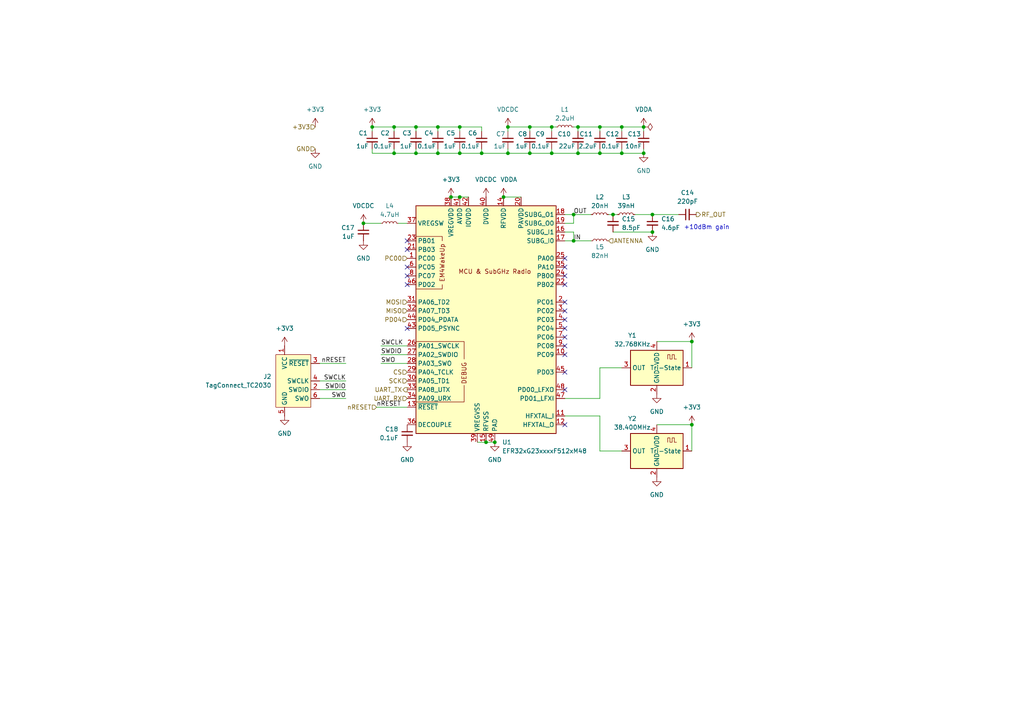
<source format=kicad_sch>
(kicad_sch (version 20250114) (generator "eeschema") (generator_version "9.0")
  (paper "A4")
  (title_block (title "Sub GHZ Radio Transciever") (rev "A") (comment 1 "Julia Barbera"))
  (lib_symbols
    (symbol "Connector:Conn_ARM_SWD_TagConnect_TC2030" (in_bom no)
      (property "Reference" "J" (at 2.54 11.43 0))
      (property "Value" "Conn_ARM_SWD_TagConnect_TC2030" (at 5.08 8.89 0))
      (symbol "Conn_ARM_SWD_TagConnect_TC2030_0_0"
        (pin power_in line (at -2.54 10.16 270) (length 2.54) (name "VCC") (number "1"))
        (pin power_in line (at -2.54 -10.16 90) (length 2.54) (name "GND") (number "5"))
        (pin open_collector line (at 7.62 5.08 180) (length 2.54) (name "~{RESET}") (number "3"))
        (pin output line (at 7.62 0 180) (length 2.54) (name "SWCLK") (number "4"))
        (pin bidirectional line (at 7.62 -2.54 180) (length 2.54) (name "SWDIO") (number "2"))
        (pin input line (at 7.62 -5.08 180) (length 2.54) (name "SWO") (number "6"))
      )
      (symbol "Conn_ARM_SWD_TagConnect_TC2030_0_1"
        (rectangle (start -5.08 7.62) (end 5.08 -7.62) (fill (type background)))
      )
    )
    (symbol "Device:C_Small" (pin_numbers (hide yes)) (pin_names (offset 0.254) (hide yes))
      (property "Reference" "C" (at 0.254 1.778 0))
      (property "Value" "C_Small" (at 0.254 -2.032 0))
      (symbol "C_Small_0_1"
        (polyline (pts (xy -1.524 0.508) (xy 1.524 0.508)) (stroke (width 0.3048)))
        (polyline (pts (xy -1.524 -0.508) (xy 1.524 -0.508)) (stroke (width 0.3302)))
      )
      (symbol "C_Small_1_1"
        (pin passive line (at 0 2.54 270) (length 2.032) (name "~") (number "1"))
        (pin passive line (at 0 -2.54 90) (length 2.032) (name "~") (number "2"))
      )
    )
    (symbol "Device:L_Small" (pin_numbers (hide yes)) (pin_names (offset 0.254) (hide yes))
      (property "Reference" "L" (at 0.762 1.016 0))
      (property "Value" "L_Small" (at 0.762 -1.016 0))
      (symbol "L_Small_0_1"
        (arc (start 0 2.032) (mid 0.5058 1.524) (end 0 1.016))
        (arc (start 0 1.016) (mid 0.5058 0.508) (end 0 0))
        (arc (start 0 0) (mid 0.5058 -0.508) (end 0 -1.016))
        (arc (start 0 -1.016) (mid 0.5058 -1.524) (end 0 -2.032))
      )
      (symbol "L_Small_1_1"
        (pin passive line (at 0 2.54 270) (length 0.508) (name "~") (number "1"))
        (pin passive line (at 0 -2.54 90) (length 0.508) (name "~") (number "2"))
      )
    )
    (symbol "MCU_SiliconLabs:EFR32xG23xxxxF512xM48"
      (property "Reference" "U2" (at 4.6833 -35.56 0))
      (property "Value" "EFR32xG23xxxxF512xM48" (at 4.6833 -38.1 0))
      (symbol "EFR32xG23xxxxF512xM48_0_1"
        (polyline (pts (xy -12.7 22.86) (xy -12.7 24.13) (xy -20.32 24.13)))
        (polyline (pts (xy -12.7 10.16) (xy -12.7 8.89) (xy -20.32 8.89)))
        (polyline (pts (xy -6.35 -11.43) (xy -6.35 -6.35) (xy -20.32 -6.35)))
        (polyline (pts (xy -6.35 -19.05) (xy -6.35 -23.876) (xy -20.32 -23.876)))
      )
      (symbol "EFR32xG23xxxxF512xM48_1_0"
        (text "EM4WakeUp" (at -12.7 16.51 900) (effects (font (size 1.27 1.27))))
        (text "DEBUG" (at -6.35 -15.494 900) (effects (font (size 1.27 1.27))))
        (text "MCU & SubGHz Radio" (at 2.54 13.97 0) (effects (font (size 1.27 1.27))))
      )
      (symbol "EFR32xG23xxxxF512xM48_1_1"
        (rectangle (start -20.32 33.02) (end 20.32 -33.02) (stroke (width 0.254)) (fill (type background)))
        (pin passive line (at -22.86 27.94 0) (length 2.54) (name "VREGSW") (number "37"))
        (pin bidirectional line (at -22.86 22.86 0) (length 2.54) (name "PB01") (number "23"))
        (pin bidirectional line (at -22.86 20.32 0) (length 2.54) (name "PB03") (number "21"))
        (pin bidirectional line (at -22.86 17.78 0) (length 2.54) (name "PC00") (number "1"))
        (pin bidirectional line (at -22.86 15.24 0) (length 2.54) (name "PC05") (number "6"))
        (pin bidirectional line (at -22.86 12.7 0) (length 2.54) (name "PC07") (number "8"))
        (pin bidirectional line (at -22.86 10.16 0) (length 2.54) (name "PD02") (number "46"))
        (pin bidirectional line (at -22.86 5.08 0) (length 2.54) (name "PA06_TD2") (number "31"))
        (pin bidirectional line (at -22.86 2.54 0) (length 2.54) (name "PA07_TD3") (number "32"))
        (pin bidirectional line (at -22.86 0 0) (length 2.54) (name "PD04_PDATA") (number "44"))
        (pin bidirectional line (at -22.86 -2.54 0) (length 2.54) (name "PD05_PSYNC") (number "43"))
        (pin bidirectional line (at -22.86 -7.62 0) (length 2.54) (name "PA01_SWCLK") (number "26"))
        (pin bidirectional line (at -22.86 -10.16 0) (length 2.54) (name "PA02_SWDIO") (number "27"))
        (pin bidirectional line (at -22.86 -12.7 0) (length 2.54) (name "PA03_SWO") (number "28"))
        (pin bidirectional line (at -22.86 -15.24 0) (length 2.54) (name "PA04_TCLK") (number "29"))
        (pin bidirectional line (at -22.86 -17.78 0) (length 2.54) (name "PA05_TD1") (number "30"))
        (pin bidirectional line (at -22.86 -20.32 0) (length 2.54) (name "PA08_UTX") (number "33"))
        (pin bidirectional line (at -22.86 -22.86 0) (length 2.54) (name "PA09_URX") (number "34"))
        (pin input line (at -22.86 -25.4 0) (length 2.54) (name "~{RESET}") (number "13"))
        (pin passive line (at -22.86 -30.48 0) (length 2.54) (name "DECOUPLE") (number "36"))
        (pin power_in line (at -10.16 35.56 270) (length 2.54) (name "VREGVDD") (number "38"))
        (pin power_in line (at -7.62 35.56 270) (length 2.54) (name "AVDD") (number "41"))
        (pin power_in line (at -5.08 35.56 270) (length 2.54) (name "IOVDD") (number "42"))
        (pin power_in line (at -2.54 -35.56 90) (length 2.54) (name "VREGVSS") (number "39"))
        (pin power_in line (at 0 35.56 270) (length 2.54) (name "DVDD") (number "40"))
        (pin power_in line (at 0 -35.56 90) (length 2.54) (name "RFVSS") (number "15"))
        (pin power_in line (at 2.54 -35.56 90) (length 2.54) (name "PAD") (number "49"))
        (pin power_in line (at 5.08 35.56 270) (length 2.54) (name "RFVDD") (number "14"))
        (pin power_in line (at 10.16 35.56 270) (length 2.54) (name "PAVDD") (number "20"))
        (pin bidirectional line (at 22.86 30.48 180) (length 2.54) (name "SUBG_O1") (number "18"))
        (pin bidirectional line (at 22.86 27.94 180) (length 2.54) (name "SUBG_O0") (number "19"))
        (pin bidirectional line (at 22.86 25.4 180) (length 2.54) (name "SUBG_I1") (number "16"))
        (pin bidirectional line (at 22.86 22.86 180) (length 2.54) (name "SUBG_I0") (number "17"))
        (pin bidirectional line (at 22.86 17.78 180) (length 2.54) (name "PA00") (number "25"))
        (pin bidirectional line (at 22.86 15.24 180) (length 2.54) (name "PA10") (number "35"))
        (pin bidirectional line (at 22.86 12.7 180) (length 2.54) (name "PB00") (number "24"))
        (pin bidirectional line (at 22.86 10.16 180) (length 2.54) (name "PB02") (number "22"))
        (pin bidirectional line (at 22.86 5.08 180) (length 2.54) (name "PC01") (number "2"))
        (pin bidirectional line (at 22.86 2.54 180) (length 2.54) (name "PC02") (number "3"))
        (pin bidirectional line (at 22.86 0 180) (length 2.54) (name "PC03") (number "4"))
        (pin bidirectional line (at 22.86 -2.54 180) (length 2.54) (name "PC04") (number "5"))
        (pin bidirectional line (at 22.86 -5.08 180) (length 2.54) (name "PC06") (number "7"))
        (pin bidirectional line (at 22.86 -7.62 180) (length 2.54) (name "PC08") (number "9"))
        (pin bidirectional line (at 22.86 -10.16 180) (length 2.54) (name "PC09") (number "10"))
        (pin bidirectional line (at 22.86 -15.24 180) (length 2.54) (name "PD03") (number "45"))
        (pin bidirectional line (at 22.86 -20.32 180) (length 2.54) (name "PD00_LFXO") (number "48"))
        (pin bidirectional line (at 22.86 -22.86 180) (length 2.54) (name "PD01_LFXI") (number "47"))
        (pin input line (at 22.86 -27.94 180) (length 2.54) (name "HFXTAL_I") (number "11"))
        (pin output line (at 22.86 -30.48 180) (length 2.54) (name "HFXTAL_O") (number "12"))
      )
    )
    (symbol "Oscillator:ASCO"
      (property "Reference" "Y" (at -7.62 6.35 0))
      (property "Value" "ASCO" (at 1.27 -6.35 0))
      (symbol "ASCO_0_1"
        (rectangle (start -7.62 5.08) (end 7.62 -5.08) (stroke (width 0.254)) (fill (type background)))
        (polyline (pts (xy -5.715 2.54) (xy -5.08 2.54) (xy -5.08 3.81) (xy -4.445 3.81) (xy -4.445 2.54) (xy -3.81 2.54) (xy -3.81 3.81) (xy -3.175 3.81) (xy -3.175 2.54)))
      )
      (symbol "ASCO_1_1"
        (pin input line (at -10.16 0 0) (length 2.54) (name "Tri-State") (number "1"))
        (pin power_in line (at 0 7.62 270) (length 2.54) (name "VDD") (number "4"))
        (pin power_in line (at 0 -7.62 90) (length 2.54) (name "GND") (number "2"))
        (pin output line (at 10.16 0 180) (length 2.54) (name "OUT") (number "3"))
      )
    )
    (symbol "power:+3V3" (power) (pin_numbers (hide yes)) (pin_names (offset 0) (hide yes))
      (property "Value" "+3V3" (at 0 3.556 0))
      (symbol "+3V3_0_1"
        (polyline (pts (xy -0.762 1.27) (xy 0 2.54)))
        (polyline (pts (xy 0 2.54) (xy 0.762 1.27)))
        (polyline (pts (xy 0 0) (xy 0 2.54)))
      )
      (symbol "+3V3_1_1"
        (pin power_in line (at 0 0 90) (length 0) (name "~") (number "1"))
      )
    )
    (symbol "power:GND" (power) (pin_numbers (hide yes)) (pin_names (offset 0) (hide yes))
      (property "Value" "GND" (at 0 -3.81 0))
      (symbol "GND_0_1"
        (polyline (pts (xy 0 0) (xy 0 -1.27) (xy 1.27 -1.27) (xy 0 -2.54) (xy -1.27 -1.27) (xy 0 -1.27)))
      )
      (symbol "GND_1_1"
        (pin power_in line (at 0 0 270) (length 0) (name "~") (number "1"))
      )
    )
    (symbol "power:PWR_FLAG" (power) (pin_numbers (hide yes)) (pin_names (offset 0) (hide yes))
      (property "Value" "PWR_FLAG" (at 0 3.81 0))
      (symbol "PWR_FLAG_0_0"
        (pin power_out line (at 0 0 90) (length 0) (name "~") (number "1"))
      )
      (symbol "PWR_FLAG_0_1"
        (polyline (pts (xy 0 0) (xy 0 1.27) (xy -1.016 1.905) (xy 0 2.54) (xy 1.016 1.905) (xy 0 1.27)))
      )
    )
  )
  (text "+10dBm gain" (at 204.978 66.04 0) (effects (font (size 1.27 1.27))))
  (junction (at 180.34 36.83))
  (junction (at 166.37 62.23))
  (junction (at 114.3 44.45))
  (junction (at 160.02 44.45))
  (junction (at 107.95 36.83))
  (junction (at 189.23 67.31))
  (junction (at 200.66 123.19))
  (junction (at 114.3 36.83))
  (junction (at 127 36.83))
  (junction (at 167.64 36.83))
  (junction (at 147.32 44.45))
  (junction (at 177.8 62.23))
  (junction (at 173.99 44.45))
  (junction (at 160.02 36.83))
  (junction (at 139.7 44.45))
  (junction (at 133.35 36.83))
  (junction (at 153.67 44.45))
  (junction (at 173.99 36.83))
  (junction (at 189.23 62.23))
  (junction (at 120.65 44.45))
  (junction (at 140.97 128.27))
  (junction (at 146.05 57.15))
  (junction (at 143.51 128.27))
  (junction (at 186.69 36.83))
  (junction (at 186.69 44.45))
  (junction (at 130.81 57.15))
  (junction (at 153.67 36.83))
  (junction (at 167.64 44.45))
  (junction (at 166.37 69.85))
  (junction (at 120.65 36.83))
  (junction (at 180.34 44.45))
  (junction (at 200.66 99.06))
  (junction (at 133.35 57.15))
  (junction (at 133.35 44.45))
  (junction (at 147.32 36.83))
  (junction (at 127 44.45))
  (junction (at 105.41 64.77))
  (no_connect (at 163.83 90.17))
  (no_connect (at 118.11 82.55))
  (no_connect (at 118.11 80.01))
  (no_connect (at 163.83 87.63))
  (no_connect (at 118.11 72.39))
  (no_connect (at 163.83 123.19))
  (no_connect (at 163.83 113.03))
  (no_connect (at 118.11 95.25))
  (no_connect (at 163.83 95.25))
  (no_connect (at 163.83 82.55))
  (no_connect (at 118.11 77.47))
  (no_connect (at 163.83 107.95))
  (no_connect (at 163.83 102.87))
  (no_connect (at 163.83 80.01))
  (no_connect (at 163.83 100.33))
  (no_connect (at 163.83 97.79))
  (no_connect (at 163.83 92.71))
  (no_connect (at 163.83 74.93))
  (no_connect (at 118.11 69.85))
  (no_connect (at 163.83 77.47))
  (wire (pts (xy 173.99 130.81) (xy 173.99 120.65)))
  (wire (pts (xy 147.32 44.45) (xy 153.67 44.45)))
  (wire (pts (xy 173.99 120.65) (xy 163.83 120.65)))
  (wire (pts (xy 173.99 43.18) (xy 173.99 44.45)))
  (wire (pts (xy 160.02 44.45) (xy 160.02 43.18)))
  (wire (pts (xy 139.7 44.45) (xy 147.32 44.45)))
  (wire (pts (xy 153.67 36.83) (xy 160.02 36.83)))
  (wire (pts (xy 127 44.45) (xy 127 43.18)))
  (wire (pts (xy 173.99 106.68) (xy 173.99 115.57)))
  (wire (pts (xy 184.15 62.23) (xy 189.23 62.23)))
  (wire (pts (xy 166.37 67.31) (xy 163.83 67.31)))
  (wire (pts (xy 92.71 105.41) (xy 100.33 105.41)))
  (wire (pts (xy 173.99 36.83) (xy 173.99 38.1)))
  (wire (pts (xy 153.67 36.83) (xy 153.67 38.1)))
  (wire (pts (xy 107.95 44.45) (xy 114.3 44.45)))
  (wire (pts (xy 109.22 118.11) (xy 118.11 118.11)))
  (wire (pts (xy 127 36.83) (xy 133.35 36.83)))
  (wire (pts (xy 186.69 43.18) (xy 186.69 44.45)))
  (wire (pts (xy 166.37 62.23) (xy 171.45 62.23)))
  (wire (pts (xy 177.8 62.23) (xy 179.07 62.23)))
  (wire (pts (xy 130.81 57.15) (xy 133.35 57.15)))
  (wire (pts (xy 140.97 128.27) (xy 143.51 128.27)))
  (wire (pts (xy 167.64 36.83) (xy 173.99 36.83)))
  (wire (pts (xy 133.35 44.45) (xy 139.7 44.45)))
  (wire (pts (xy 92.71 113.03) (xy 100.33 113.03)))
  (wire (pts (xy 110.49 105.41) (xy 118.11 105.41)))
  (wire (pts (xy 114.3 36.83) (xy 120.65 36.83)))
  (wire (pts (xy 133.35 57.15) (xy 135.89 57.15)))
  (wire (pts (xy 105.41 64.77) (xy 110.49 64.77)))
  (wire (pts (xy 173.99 106.68) (xy 180.34 106.68)))
  (wire (pts (xy 166.37 69.85) (xy 166.37 67.31)))
  (wire (pts (xy 160.02 44.45) (xy 167.64 44.45)))
  (wire (pts (xy 114.3 44.45) (xy 114.3 43.18)))
  (wire (pts (xy 133.35 44.45) (xy 133.35 43.18)))
  (wire (pts (xy 200.66 99.06) (xy 190.5 99.06)))
  (wire (pts (xy 167.64 36.83) (xy 166.37 36.83)))
  (wire (pts (xy 173.99 44.45) (xy 180.34 44.45)))
  (wire (pts (xy 200.66 123.19) (xy 200.66 130.81)))
  (wire (pts (xy 189.23 62.23) (xy 196.85 62.23)))
  (wire (pts (xy 127 36.83) (xy 127 38.1)))
  (wire (pts (xy 167.64 44.45) (xy 173.99 44.45)))
  (wire (pts (xy 114.3 44.45) (xy 120.65 44.45)))
  (wire (pts (xy 166.37 69.85) (xy 171.45 69.85)))
  (wire (pts (xy 107.95 44.45) (xy 107.95 43.18)))
  (wire (pts (xy 166.37 62.23) (xy 166.37 64.77)))
  (wire (pts (xy 138.43 128.27) (xy 140.97 128.27)))
  (wire (pts (xy 147.32 36.83) (xy 147.32 38.1)))
  (wire (pts (xy 120.65 44.45) (xy 120.65 43.18)))
  (wire (pts (xy 160.02 36.83) (xy 160.02 38.1)))
  (wire (pts (xy 161.29 36.83) (xy 160.02 36.83)))
  (wire (pts (xy 186.69 36.83) (xy 186.69 38.1)))
  (wire (pts (xy 173.99 130.81) (xy 180.34 130.81)))
  (wire (pts (xy 92.71 110.49) (xy 100.33 110.49)))
  (wire (pts (xy 173.99 115.57) (xy 163.83 115.57)))
  (wire (pts (xy 133.35 36.83) (xy 133.35 38.1)))
  (wire (pts (xy 100.33 115.57) (xy 92.71 115.57)))
  (wire (pts (xy 139.7 36.83) (xy 139.7 38.1)))
  (wire (pts (xy 167.64 36.83) (xy 167.64 38.1)))
  (wire (pts (xy 120.65 44.45) (xy 127 44.45)))
  (wire (pts (xy 200.66 99.06) (xy 200.66 106.68)))
  (wire (pts (xy 110.49 102.87) (xy 118.11 102.87)))
  (wire (pts (xy 180.34 36.83) (xy 180.34 38.1)))
  (wire (pts (xy 173.99 36.83) (xy 180.34 36.83)))
  (wire (pts (xy 107.95 36.83) (xy 114.3 36.83)))
  (wire (pts (xy 167.64 44.45) (xy 167.64 43.18)))
  (wire (pts (xy 163.83 69.85) (xy 166.37 69.85)))
  (wire (pts (xy 177.8 67.31) (xy 189.23 67.31)))
  (wire (pts (xy 120.65 36.83) (xy 120.65 38.1)))
  (wire (pts (xy 110.49 100.33) (xy 118.11 100.33)))
  (wire (pts (xy 107.95 36.83) (xy 107.95 38.1)))
  (wire (pts (xy 146.05 57.15) (xy 151.13 57.15)))
  (wire (pts (xy 133.35 36.83) (xy 139.7 36.83)))
  (wire (pts (xy 180.34 36.83) (xy 186.69 36.83)))
  (wire (pts (xy 114.3 36.83) (xy 114.3 38.1)))
  (wire (pts (xy 177.8 62.23) (xy 176.53 62.23)))
  (wire (pts (xy 127 44.45) (xy 133.35 44.45)))
  (wire (pts (xy 115.57 64.77) (xy 118.11 64.77)))
  (wire (pts (xy 147.32 36.83) (xy 153.67 36.83)))
  (wire (pts (xy 153.67 44.45) (xy 160.02 44.45)))
  (wire (pts (xy 163.83 64.77) (xy 166.37 64.77)))
  (wire (pts (xy 200.66 123.19) (xy 190.5 123.19)))
  (wire (pts (xy 180.34 44.45) (xy 180.34 43.18)))
  (wire (pts (xy 180.34 44.45) (xy 186.69 44.45)))
  (wire (pts (xy 153.67 44.45) (xy 153.67 43.18)))
  (wire (pts (xy 147.32 44.45) (xy 147.32 43.18)))
  (wire (pts (xy 139.7 44.45) (xy 139.7 43.18)))
  (wire (pts (xy 120.65 36.83) (xy 127 36.83)))
  (wire (pts (xy 166.37 62.23) (xy 163.83 62.23)))
  (label "SWO" (at 100.33 115.57 180))
  (label "SWDIO" (at 110.49 102.87 0))
  (label "nRESET" (at 100.33 105.41 180))
  (label "SWO" (at 110.49 105.41 0))
  (label "SWCLK" (at 110.49 100.33 0))
  (label "OUT" (at 166.37 62.23 0))
  (label "nRESET" (at 109.22 118.11 0))
  (label "IN" (at 166.37 69.85 0))
  (label "SWDIO" (at 100.33 113.03 180))
  (label "SWCLK" (at 100.33 110.49 180))
  (hierarchical_label "ANTENNA" (shape input) (at 176.53 69.85 0))
  (hierarchical_label "SCK" (shape input) (at 118.11 110.49 180))
  (hierarchical_label "MOSI" (shape input) (at 118.11 87.63 180))
  (hierarchical_label "+3V3" (shape input) (at 91.44 36.83 180))
  (hierarchical_label "PC00" (shape input) (at 118.11 74.93 180))
  (hierarchical_label "PD04" (shape input) (at 118.11 92.71 180))
  (hierarchical_label "MISO" (shape input) (at 118.11 90.17 180))
  (hierarchical_label "nRESET" (shape input) (at 109.22 118.11 180))
  (hierarchical_label "UART_RX" (shape input) (at 118.11 115.57 180))
  (hierarchical_label "GND" (shape input) (at 91.44 43.18 180))
  (hierarchical_label "CS" (shape input) (at 118.11 107.95 180))
  (hierarchical_label "RF_OUT" (shape output) (at 201.93 62.23 0))
  (hierarchical_label "UART_TX" (shape output) (at 118.11 113.03 180))
  (symbol (lib_id "power:GND") (at 143.51 128.27 0) (unit 1)
    (property "Reference" "#PWR031" (effects (hide yes)))
    (property "Value" "GND" (at 143.51 133.35 0))
    (property "Description" "Power symbol creates a global label with name \"GND\" , ground" (effects (hide yes)))
  )
  (symbol (lib_id "Connector:Conn_ARM_SWD_TagConnect_TC2030") (at 85.09 110.49 0) (unit 1) (in_bom no)
    (property "Reference" "J2" (at 78.74 109.2199 0) (effects (justify right)))
    (property "Value" "TagConnect_TC2030" (at 78.74 111.7599 0) (effects (justify right)))
    (property "Footprint" "Connector:Tag-Connect_TC2030-IDC-NL_2x03_P1.27mm_Vertical" (effects (hide yes)))
    (property "Datasheet" "https://www.tag-connect.com/wp-content/uploads/bsk-pdf-manager/TC2030-CTX_1.pdf" (effects (hide yes)))
    (property "Description" "Tag-Connect ARM Cortex SWD JTAG connector, 6 pin" (effects (hide yes)))
  )
  (symbol (lib_id "Device:C_Small") (at 160.02 40.64 0) (mirror y) (unit 1)
    (property "Reference" "C9" (at 157.988 38.862 0) (effects (justify left)))
    (property "Value" "0.1uF" (at 159.512 42.418 0) (effects (justify left)))
    (property "Footprint" "Capacitor_SMD:C_0201_0603Metric" (effects (hide yes)))
    (property "Description" "Unpolarized capacitor, small symbol" (effects (hide yes)))
    (property "Manufacturer" "Murata" (effects (hide yes)))
    (property "Part_Number" "GRM155R71C104KA88D" (effects (hide yes)))
  )
  (symbol (lib_id "Oscillator:ASCO") (at 190.5 106.68 0) (mirror y) (unit 1)
    (property "Reference" "Y1" (at 183.388 97.282 0))
    (property "Value" "32.768KHz" (at 183.388 99.822 0))
    (property "Footprint" "Oscillator:Oscillator_SMD_Abracon_ASCO-4Pin_1.6x1.2mm" (effects (hide yes)))
    (property "Datasheet" "https://abracon.com/Oscillators/ASCO.pdf" (effects (hide yes)))
    (property "Description" "Crystal Clock Oscillator, Abracon ASCO" (effects (hide yes)))
  )
  (symbol (lib_id "Device:C_Small") (at 114.3 40.64 0) (mirror y) (unit 1)
    (property "Reference" "C2" (at 113.03 38.608 0) (effects (justify left)))
    (property "Value" "0.1uF" (at 113.792 42.418 0) (effects (justify left)))
    (property "Footprint" "Capacitor_SMD:C_0201_0603Metric" (effects (hide yes)))
    (property "Description" "Unpolarized capacitor, small symbol" (effects (hide yes)))
    (property "Manufacturer" "Murata" (effects (hide yes)))
    (property "Part_Number" "GRM155R71C104KA88D" (effects (hide yes)))
  )
  (symbol (lib_id "power:+3V3") (at 186.69 36.83 0) (unit 1)
    (property "Reference" "#PWR016" (effects (hide yes)))
    (property "Value" "VDDA" (at 186.69 31.75 0))
    (property "Description" "Power symbol creates a global label with name \"+3V3\"" (effects (hide yes)))
  )
  (symbol (lib_id "power:GND") (at 105.41 69.85 0) (unit 1)
    (property "Reference" "#PWR024" (effects (hide yes)))
    (property "Value" "GND" (at 105.41 74.93 0))
    (property "Description" "Power symbol creates a global label with name \"GND\" , ground" (effects (hide yes)))
  )
  (symbol (lib_id "power:GND") (at 91.44 43.18 0) (unit 1)
    (property "Reference" "#PWR017" (effects (hide yes)))
    (property "Value" "GND" (at 91.44 48.26 0))
    (property "Description" "Power symbol creates a global label with name \"GND\" , ground" (effects (hide yes)))
  )
  (symbol (lib_id "Device:C_Small") (at 107.95 40.64 0) (mirror y) (unit 1)
    (property "Reference" "C1" (at 106.68 38.608 0) (effects (justify left)))
    (property "Value" "1uF" (at 106.934 42.418 0) (effects (justify left)))
    (property "Footprint" "Capacitor_SMD:C_0201_0603Metric" (effects (hide yes)))
    (property "Description" "Unpolarized capacitor, small symbol" (effects (hide yes)))
  )
  (symbol (lib_id "Device:C_Small") (at 127 40.64 0) (mirror y) (unit 1)
    (property "Reference" "C4" (at 125.73 38.608 0) (effects (justify left)))
    (property "Value" "0.1uF" (at 126.492 42.418 0) (effects (justify left)))
    (property "Footprint" "Capacitor_SMD:C_0201_0603Metric" (effects (hide yes)))
    (property "Description" "Unpolarized capacitor, small symbol" (effects (hide yes)))
    (property "Manufacturer" "Murata" (effects (hide yes)))
    (property "Part_Number" "GRM155R71C104KA88D" (effects (hide yes)))
  )
  (symbol (lib_id "Device:C_Small") (at 147.32 40.64 0) (mirror y) (unit 1)
    (property "Reference" "C7" (at 146.558 38.862 0) (effects (justify left)))
    (property "Value" "1uF" (at 146.812 42.418 0) (effects (justify left)))
    (property "Footprint" "Capacitor_SMD:C_0201_0603Metric" (effects (hide yes)))
    (property "Description" "Unpolarized capacitor, small symbol" (effects (hide yes)))
  )
  (symbol (lib_id "power:GND") (at 190.5 138.43 0) (mirror y) (unit 1)
    (property "Reference" "#PWR032" (effects (hide yes)))
    (property "Value" "GND" (at 190.5 143.51 0))
    (property "Description" "Power symbol creates a global label with name \"GND\" , ground" (effects (hide yes)))
  )
  (symbol (lib_id "Device:C_Small") (at 173.99 40.64 0) (mirror y) (unit 1)
    (property "Reference" "C11" (at 171.958 38.862 0) (effects (justify left)))
    (property "Value" "2.2uF" (at 173.228 42.418 0) (effects (justify left)))
    (property "Footprint" "Capacitor_SMD:C_0402_1005Metric" (effects (hide yes)))
    (property "Description" "Unpolarized capacitor, small symbol" (effects (hide yes)))
    (property "Manufacturer" "Murata" (effects (hide yes)))
    (property "Part_Number" "GRM188C71E225KE11D" (effects (hide yes)))
  )
  (symbol (lib_id "Device:C_Small") (at 177.8 64.77 0) (unit 1)
    (property "Reference" "C15" (at 180.34 63.5062 0) (effects (justify left)))
    (property "Value" "8.5pF" (at 180.34 66.0462 0) (effects (justify left)))
    (property "Footprint" "Capacitor_SMD:C_0201_0603Metric" (effects (hide yes)))
    (property "Description" "Unpolarized capacitor, small symbol" (effects (hide yes)))
  )
  (symbol (lib_id "MCU_SiliconLabs:EFR32xG23xxxxF512xM48") (at 140.97 92.71 0) (unit 1)
    (property "Reference" "U1" (at 145.6533 128.27 0) (effects (justify left)))
    (property "Value" "EFR32xG23xxxxF512xM48" (at 145.6533 130.81 0) (effects (justify left)))
    (property "Footprint" "Package_DFN_QFN:QFN-48-1EP_6x6mm_P0.4mm_EP4.3x4.3mm" (effects (hide yes)))
    (property "Datasheet" "https://www.silabs.com/documents/public/data-sheets/efr32zg23-datasheet.pdf" (effects (hide yes)))
    (property "Description" "ARM M33 SubGHz Radio +20dBm 512K Flash 64KRAM Z-Wave QFN-48" (effects (hide yes)))
    (property "Information" "https://drzwave.blog/2022/07/21/z-wave-800-gpio-decoder-ring/" (effects (hide yes)))
  )
  (symbol (lib_id "Device:C_Small") (at 133.35 40.64 0) (mirror y) (unit 1)
    (property "Reference" "C5" (at 132.08 38.608 0) (effects (justify left)))
    (property "Value" "1uF" (at 132.334 42.418 0) (effects (justify left)))
    (property "Footprint" "Capacitor_SMD:C_0201_0603Metric" (effects (hide yes)))
    (property "Description" "Unpolarized capacitor, small symbol" (effects (hide yes)))
  )
  (symbol (lib_id "power:+3V3") (at 146.05 57.15 0) (unit 1)
    (property "Reference" "#PWR021" (effects (hide yes)))
    (property "Value" "VDDA" (at 147.574 52.07 0))
    (property "Description" "Power symbol creates a global label with name \"+3V3\"" (effects (hide yes)))
  )
  (symbol (lib_id "Device:C_Small") (at 139.7 40.64 0) (mirror y) (unit 1)
    (property "Reference" "C6" (at 138.43 38.608 0) (effects (justify left)))
    (property "Value" "0.1uF" (at 139.192 42.418 0) (effects (justify left)))
    (property "Footprint" "Capacitor_SMD:C_0201_0603Metric" (effects (hide yes)))
    (property "Description" "Unpolarized capacitor, small symbol" (effects (hide yes)))
    (property "Manufacturer" "Murata" (effects (hide yes)))
    (property "Part_Number" "GRM155R71C104KA88D" (effects (hide yes)))
  )
  (symbol (lib_id "Device:C_Small") (at 199.39 62.23 90) (unit 1)
    (property "Reference" "C14" (at 199.3963 55.88 90))
    (property "Value" "220pF" (at 199.3963 58.42 90))
    (property "Footprint" "Capacitor_SMD:C_0402_1005Metric" (effects (hide yes)))
    (property "Description" "Unpolarized capacitor, small symbol" (effects (hide yes)))
  )
  (symbol (lib_id "power:PWR_FLAG") (at 186.69 36.83 270) (mirror x) (unit 1)
    (property "Reference" "#FLG01" (effects (hide yes)))
    (property "Value" "PWR_FLAG" (effects (hide yes)))
    (property "Description" "Special symbol for telling ERC where power comes from" (effects (hide yes)))
  )
  (symbol (lib_id "power:GND") (at 189.23 67.31 0) (unit 1)
    (property "Reference" "#PWR023" (effects (hide yes)))
    (property "Value" "GND" (at 189.23 72.39 0))
    (property "Description" "Power symbol creates a global label with name \"GND\" , ground" (effects (hide yes)))
  )
  (symbol (lib_id "Device:C_Small") (at 180.34 40.64 0) (mirror y) (unit 1)
    (property "Reference" "C12" (at 179.578 38.862 0) (effects (justify left)))
    (property "Value" "0.1uF" (at 179.832 42.418 0) (effects (justify left)))
    (property "Footprint" "Capacitor_SMD:C_0201_0603Metric" (effects (hide yes)))
    (property "Description" "Unpolarized capacitor, small symbol" (effects (hide yes)))
    (property "Manufacturer" "Murata" (effects (hide yes)))
    (property "Part_Number" "GRM155R71C104KA88D" (effects (hide yes)))
  )
  (symbol (lib_id "power:GND") (at 186.69 44.45 0) (unit 1)
    (property "Reference" "#PWR018" (effects (hide yes)))
    (property "Value" "GND" (at 186.69 49.53 0))
    (property "Description" "Power symbol creates a global label with name \"GND\" , ground" (effects (hide yes)))
  )
  (symbol (lib_id "Device:C_Small") (at 120.65 40.64 0) (mirror y) (unit 1)
    (property "Reference" "C3" (at 119.38 38.608 0) (effects (justify left)))
    (property "Value" "1uF" (at 119.634 42.418 0) (effects (justify left)))
    (property "Footprint" "Capacitor_SMD:C_0201_0603Metric" (effects (hide yes)))
    (property "Description" "Unpolarized capacitor, small symbol" (effects (hide yes)))
  )
  (symbol (lib_id "Device:C_Small") (at 118.11 125.73 0) (mirror y) (unit 1)
    (property "Reference" "C18" (at 115.57 124.4662 0) (effects (justify left)))
    (property "Value" "0.1uF" (at 115.57 127.0062 0) (effects (justify left)))
    (property "Footprint" "Capacitor_SMD:C_0201_0603Metric" (effects (hide yes)))
    (property "Description" "Unpolarized capacitor, small symbol" (effects (hide yes)))
    (property "Manufacturer" "Murata" (effects (hide yes)))
    (property "Part_Number" "GRM155R71C104KA88D" (effects (hide yes)))
  )
  (symbol (lib_id "Device:L_Small") (at 173.99 62.23 90) (unit 1)
    (property "Reference" "L2" (at 173.99 57.15 90))
    (property "Value" "20nH" (at 173.99 59.69 90))
    (property "Footprint" "Inductor_SMD:L_0402_1005Metric" (effects (hide yes)))
    (property "Description" "Inductor, small symbol" (effects (hide yes)))
  )
  (symbol (lib_id "power:+3V3") (at 107.95 36.83 0) (unit 1)
    (property "Reference" "#PWR014" (effects (hide yes)))
    (property "Value" "+3V3" (at 107.95 31.75 0))
    (property "Description" "Power symbol creates a global label with name \"+3V3\"" (effects (hide yes)))
  )
  (symbol (lib_id "Device:C_Small") (at 186.69 40.64 0) (mirror y) (unit 1)
    (property "Reference" "C13" (at 185.928 38.862 0) (effects (justify left)))
    (property "Value" "10nF" (at 186.182 42.418 0) (effects (justify left)))
    (property "Footprint" "Capacitor_SMD:C_0201_0603Metric" (effects (hide yes)))
    (property "Description" "Unpolarized capacitor, small symbol" (effects (hide yes)))
    (property "Manufacturer" "Murata" (effects (hide yes)))
    (property "Part_Number" "GRM1555C1H102JA01D" (effects (hide yes)))
  )
  (symbol (lib_id "Device:L_Small") (at 163.83 36.83 90) (unit 1)
    (property "Reference" "L1" (at 163.83 31.75 90))
    (property "Value" "2.2uH" (at 163.83 34.29 90))
    (property "Footprint" "Inductor_SMD:L_0402_1005Metric" (effects (hide yes)))
    (property "Description" "Inductor, small symbol" (effects (hide yes)))
  )
  (symbol (lib_id "power:+3V3") (at 147.32 36.83 0) (unit 1)
    (property "Reference" "#PWR015" (effects (hide yes)))
    (property "Value" "VDCDC" (at 147.32 31.75 0))
    (property "Description" "Power symbol creates a global label with name \"+3V3\"" (effects (hide yes)))
  )
  (symbol (lib_id "power:GND") (at 82.55 120.65 0) (unit 1)
    (property "Reference" "#PWR028" (effects (hide yes)))
    (property "Value" "GND" (at 82.55 125.73 0))
    (property "Description" "Power symbol creates a global label with name \"GND\" , ground" (effects (hide yes)))
  )
  (symbol (lib_id "power:+3V3") (at 130.81 57.15 0) (unit 1)
    (property "Reference" "#PWR019" (effects (hide yes)))
    (property "Value" "+3V3" (at 130.81 52.07 0))
    (property "Description" "Power symbol creates a global label with name \"+3V3\"" (effects (hide yes)))
  )
  (symbol (lib_id "Device:C_Small") (at 105.41 67.31 0) (mirror y) (unit 1)
    (property "Reference" "C17" (at 102.87 66.0462 0) (effects (justify left)))
    (property "Value" "1uF" (at 102.87 68.5862 0) (effects (justify left)))
    (property "Footprint" "Capacitor_SMD:C_0201_0603Metric" (effects (hide yes)))
    (property "Description" "Unpolarized capacitor, small symbol" (effects (hide yes)))
  )
  (symbol (lib_id "power:+3V3") (at 82.55 100.33 0) (unit 1)
    (property "Reference" "#PWR026" (effects (hide yes)))
    (property "Value" "+3V3" (at 82.55 95.25 0))
    (property "Description" "Power symbol creates a global label with name \"+3V3\"" (effects (hide yes)))
  )
  (symbol (lib_id "power:+3V3") (at 140.97 57.15 0) (unit 1)
    (property "Reference" "#PWR020" (effects (hide yes)))
    (property "Value" "VDCDC" (at 140.97 52.07 0))
    (property "Description" "Power symbol creates a global label with name \"+3V3\"" (effects (hide yes)))
  )
  (symbol (lib_id "Device:C_Small") (at 167.64 40.64 0) (mirror y) (unit 1)
    (property "Reference" "C10" (at 165.608 38.862 0) (effects (justify left)))
    (property "Value" "22uF" (at 166.878 42.418 0) (effects (justify left)))
    (property "Footprint" "Capacitor_SMD:C_0402_1005Metric" (effects (hide yes)))
    (property "Description" "Unpolarized capacitor, small symbol" (effects (hide yes)))
  )
  (symbol (lib_id "Device:C_Small") (at 153.67 40.64 0) (mirror y) (unit 1)
    (property "Reference" "C8" (at 152.908 38.862 0) (effects (justify left)))
    (property "Value" "1uF" (at 153.162 42.418 0) (effects (justify left)))
    (property "Footprint" "Capacitor_SMD:C_0201_0603Metric" (effects (hide yes)))
    (property "Description" "Unpolarized capacitor, small symbol" (effects (hide yes)))
  )
  (symbol (lib_id "Device:C_Small") (at 189.23 64.77 0) (unit 1)
    (property "Reference" "C16" (at 191.77 63.5062 0) (effects (justify left)))
    (property "Value" "4.6pF" (at 191.77 66.0462 0) (effects (justify left)))
    (property "Footprint" "Capacitor_SMD:C_0201_0603Metric" (effects (hide yes)))
    (property "Description" "Unpolarized capacitor, small symbol" (effects (hide yes)))
  )
  (symbol (lib_id "Device:L_Small") (at 181.61 62.23 90) (unit 1)
    (property "Reference" "L3" (at 181.61 57.15 90))
    (property "Value" "39nH" (at 181.61 59.69 90))
    (property "Footprint" "Inductor_SMD:L_0402_1005Metric" (effects (hide yes)))
    (property "Description" "Inductor, small symbol" (effects (hide yes)))
  )
  (symbol (lib_id "Device:L_Small") (at 173.99 69.85 90) (unit 1)
    (property "Reference" "L5" (at 173.99 71.628 90))
    (property "Value" "82nH" (at 173.99 74.168 90))
    (property "Footprint" "Inductor_SMD:L_0402_1005Metric" (effects (hide yes)))
    (property "Description" "Inductor, small symbol" (effects (hide yes)))
  )
  (symbol (lib_id "power:GND") (at 118.11 128.27 0) (unit 1)
    (property "Reference" "#PWR030" (effects (hide yes)))
    (property "Value" "GND" (at 118.11 133.35 0))
    (property "Description" "Power symbol creates a global label with name \"GND\" , ground" (effects (hide yes)))
  )
  (symbol (lib_id "Oscillator:ASCO") (at 190.5 130.81 0) (mirror y) (unit 1)
    (property "Reference" "Y2" (at 183.388 121.412 0))
    (property "Value" "38.400MHz" (at 183.388 123.952 0))
    (property "Footprint" "Oscillator:Oscillator_SMD_Abracon_ASCO-4Pin_1.6x1.2mm" (effects (hide yes)))
    (property "Datasheet" "https://abracon.com/Oscillators/ASCO.pdf" (effects (hide yes)))
    (property "Description" "ASCO7-38.400MHZ-LR-T" (effects (hide yes)))
  )
  (symbol (lib_id "power:+3V3") (at 200.66 99.06 0) (mirror y) (unit 1)
    (property "Reference" "#PWR025" (effects (hide yes)))
    (property "Value" "+3V3" (at 200.66 93.98 0))
    (property "Description" "Power symbol creates a global label with name \"+3V3\"" (effects (hide yes)))
  )
  (symbol (lib_id "power:GND") (at 190.5 114.3 0) (mirror y) (unit 1)
    (property "Reference" "#PWR027" (effects (hide yes)))
    (property "Value" "GND" (at 190.5 119.38 0))
    (property "Description" "Power symbol creates a global label with name \"GND\" , ground" (effects (hide yes)))
  )
  (symbol (lib_id "power:+3V3") (at 200.66 123.19 0) (mirror y) (unit 1)
    (property "Reference" "#PWR029" (effects (hide yes)))
    (property "Value" "+3V3" (at 200.66 118.11 0))
    (property "Description" "Power symbol creates a global label with name \"+3V3\"" (effects (hide yes)))
  )
  (symbol (lib_id "power:+3V3") (at 105.41 64.77 0) (unit 1)
    (property "Reference" "#PWR022" (effects (hide yes)))
    (property "Value" "VDCDC" (at 105.41 59.69 0))
    (property "Description" "Power symbol creates a global label with name \"+3V3\"" (effects (hide yes)))
  )
  (symbol (lib_id "Device:L_Small") (at 113.03 64.77 90) (unit 1)
    (property "Reference" "L4" (at 113.03 59.69 90))
    (property "Value" "4.7uH" (at 113.03 62.23 90))
    (property "Footprint" "Inductor_SMD:L_0603_1608Metric" (effects (hide yes)))
    (property "Description" "Inductor, small symbol" (effects (hide yes)))
  )
  (symbol (lib_id "power:+3V3") (at 91.44 36.83 0) (unit 1)
    (property "Reference" "#PWR013" (effects (hide yes)))
    (property "Value" "+3V3" (at 91.44 31.75 0))
    (property "Description" "Power symbol creates a global label with name \"+3V3\"" (effects (hide yes)))
  )
)
</source>
